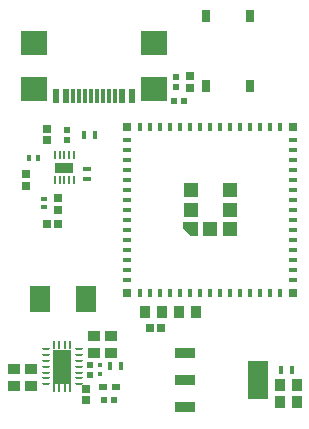
<source format=gbr>
%TF.GenerationSoftware,Altium Limited,Altium Designer,23.1.1 (15)*%
G04 Layer_Color=8421504*
%FSLAX45Y45*%
%MOMM*%
%TF.SameCoordinates,F9E8136A-E86D-4813-A5E9-63B8E08E304F*%
%TF.FilePolarity,Positive*%
%TF.FileFunction,Paste,Top*%
%TF.Part,Single*%
G01*
G75*
%TA.AperFunction,SMDPad,CuDef*%
G04:AMPARAMS|DCode=10|XSize=0.9mm|YSize=1.75mm|CornerRadius=0.0495mm|HoleSize=0mm|Usage=FLASHONLY|Rotation=90.000|XOffset=0mm|YOffset=0mm|HoleType=Round|Shape=RoundedRectangle|*
%AMROUNDEDRECTD10*
21,1,0.90000,1.65100,0,0,90.0*
21,1,0.80100,1.75000,0,0,90.0*
1,1,0.09900,0.82550,0.40050*
1,1,0.09900,0.82550,-0.40050*
1,1,0.09900,-0.82550,-0.40050*
1,1,0.09900,-0.82550,0.40050*
%
%ADD10ROUNDEDRECTD10*%
G04:AMPARAMS|DCode=11|XSize=3.2mm|YSize=1.75mm|CornerRadius=0.0525mm|HoleSize=0mm|Usage=FLASHONLY|Rotation=90.000|XOffset=0mm|YOffset=0mm|HoleType=Round|Shape=RoundedRectangle|*
%AMROUNDEDRECTD11*
21,1,3.20000,1.64500,0,0,90.0*
21,1,3.09500,1.75000,0,0,90.0*
1,1,0.10500,0.82250,1.54750*
1,1,0.10500,0.82250,-1.54750*
1,1,0.10500,-0.82250,-1.54750*
1,1,0.10500,-0.82250,1.54750*
%
%ADD11ROUNDEDRECTD11*%
%ADD12R,0.60000X0.40000*%
%ADD13R,1.07000X0.83000*%
%ADD14R,0.75000X0.60000*%
%ADD15R,0.20000X0.77500*%
%ADD16R,0.40000X0.80000*%
%ADD17R,0.80000X0.40000*%
%TA.AperFunction,BGAPad,CuDef*%
%ADD18R,1.20000X1.20000*%
%TA.AperFunction,SMDPad,CuDef*%
%ADD19R,0.80000X0.80000*%
%TA.AperFunction,ConnectorPad*%
%ADD20R,0.70000X1.00000*%
%TA.AperFunction,SMDPad,CuDef*%
%ADD21R,0.30000X1.15000*%
%ADD22R,0.60000X1.15000*%
%ADD23R,2.18000X2.00000*%
%ADD24R,0.83000X1.07000*%
G04:AMPARAMS|DCode=25|XSize=0.6mm|YSize=0.24mm|CornerRadius=0.12mm|HoleSize=0mm|Usage=FLASHONLY|Rotation=180.000|XOffset=0mm|YOffset=0mm|HoleType=Round|Shape=RoundedRectangle|*
%AMROUNDEDRECTD25*
21,1,0.60000,0.00000,0,0,180.0*
21,1,0.36000,0.24000,0,0,180.0*
1,1,0.24000,-0.18000,0.00000*
1,1,0.24000,0.18000,0.00000*
1,1,0.24000,0.18000,0.00000*
1,1,0.24000,-0.18000,0.00000*
%
%ADD25ROUNDEDRECTD25*%
%ADD26R,1.58000X2.85000*%
%ADD27R,0.45000X0.67500*%
%ADD28R,0.61535X0.57247*%
%ADD29R,0.45000X0.45000*%
%ADD30R,1.75000X2.20000*%
%ADD31R,0.72000X0.76000*%
%ADD32R,0.46818X0.47247*%
%ADD33R,0.62000X0.60000*%
%ADD34R,0.47247X0.46818*%
%ADD35R,0.70000X0.65000*%
%ADD36R,0.67248X0.71535*%
%ADD37R,0.57247X0.61535*%
%ADD38R,0.67500X0.45000*%
%ADD39R,0.65000X0.70000*%
G04:AMPARAMS|DCode=40|XSize=0.23mm|YSize=0.7mm|CornerRadius=0.04945mm|HoleSize=0mm|Usage=FLASHONLY|Rotation=0.000|XOffset=0mm|YOffset=0mm|HoleType=Round|Shape=RoundedRectangle|*
%AMROUNDEDRECTD40*
21,1,0.23000,0.60110,0,0,0.0*
21,1,0.13110,0.70000,0,0,0.0*
1,1,0.09890,0.06555,-0.30055*
1,1,0.09890,-0.06555,-0.30055*
1,1,0.09890,-0.06555,0.30055*
1,1,0.09890,0.06555,0.30055*
%
%ADD40ROUNDEDRECTD40*%
G04:AMPARAMS|DCode=41|XSize=1.5mm|YSize=0.9mm|CornerRadius=0.0495mm|HoleSize=0mm|Usage=FLASHONLY|Rotation=0.000|XOffset=0mm|YOffset=0mm|HoleType=Round|Shape=RoundedRectangle|*
%AMROUNDEDRECTD41*
21,1,1.50000,0.80100,0,0,0.0*
21,1,1.40100,0.90000,0,0,0.0*
1,1,0.09900,0.70050,-0.40050*
1,1,0.09900,-0.70050,-0.40050*
1,1,0.09900,-0.70050,0.40050*
1,1,0.09900,0.70050,0.40050*
%
%ADD41ROUNDEDRECTD41*%
%ADD42R,0.40000X0.60000*%
%ADD43R,0.76000X0.72000*%
G36*
X10897500Y5532500D02*
Y5412500D01*
X10837500D01*
X10777500Y5472500D01*
Y5532500D01*
X10897500D01*
D02*
G37*
D10*
X10787500Y4425000D02*
D03*
Y4195000D02*
D03*
Y3965000D02*
D03*
D11*
X11412500Y4195000D02*
D03*
D12*
X9600000Y5732500D02*
D03*
Y5657500D02*
D03*
D13*
X10020000Y4428000D02*
D03*
X10162500D02*
D03*
X9490000Y4148000D02*
D03*
Y4292000D02*
D03*
X9340000Y4148000D02*
D03*
Y4292000D02*
D03*
X10162500Y4572000D02*
D03*
X10020000D02*
D03*
D14*
X10095000Y4135000D02*
D03*
X10205000D02*
D03*
D15*
X9819000Y4491300D02*
D03*
X9773000D02*
D03*
X9727000D02*
D03*
X9681000D02*
D03*
X9819000Y4128700D02*
D03*
X9773000D02*
D03*
X9727000D02*
D03*
X9681000D02*
D03*
D16*
X10407500Y4937500D02*
D03*
X10492500D02*
D03*
X10577500D02*
D03*
X10662500D02*
D03*
X11002500D02*
D03*
X11087500D02*
D03*
X11172500D02*
D03*
X11257500D02*
D03*
X11342500D02*
D03*
X11427500D02*
D03*
X11512500D02*
D03*
X11597500D02*
D03*
Y6337500D02*
D03*
X11512500D02*
D03*
X10662500D02*
D03*
X10577500D02*
D03*
X10407500D02*
D03*
X10747500Y4937500D02*
D03*
X10832500D02*
D03*
X10917500D02*
D03*
X11427500Y6337500D02*
D03*
X11342500D02*
D03*
X11257500D02*
D03*
X11172500D02*
D03*
X11087500D02*
D03*
X11002500D02*
D03*
X10917500D02*
D03*
X10832500D02*
D03*
X10747500D02*
D03*
X10492500D02*
D03*
D17*
X11702500Y5042500D02*
D03*
Y5127500D02*
D03*
Y5212500D02*
D03*
Y5297500D02*
D03*
Y5382500D02*
D03*
Y5637500D02*
D03*
Y5722500D02*
D03*
Y6062500D02*
D03*
Y6147500D02*
D03*
X10302500Y6232500D02*
D03*
Y6147500D02*
D03*
Y6062500D02*
D03*
Y5977500D02*
D03*
Y5892500D02*
D03*
Y5807500D02*
D03*
Y5722500D02*
D03*
Y5637500D02*
D03*
Y5552500D02*
D03*
Y5467500D02*
D03*
Y5382500D02*
D03*
Y5297500D02*
D03*
Y5212500D02*
D03*
Y5127500D02*
D03*
Y5042500D02*
D03*
X11702500Y5467500D02*
D03*
Y5552500D02*
D03*
Y5807500D02*
D03*
Y5892500D02*
D03*
Y5977500D02*
D03*
Y6232500D02*
D03*
D18*
X10837500Y5637500D02*
D03*
Y5802500D02*
D03*
X11002500Y5472500D02*
D03*
X11167500D02*
D03*
Y5637500D02*
D03*
Y5802500D02*
D03*
D19*
X10302500Y4937500D02*
D03*
X11702500D02*
D03*
Y6337500D02*
D03*
X10302500D02*
D03*
D20*
X10967500Y6682500D02*
D03*
Y7282500D02*
D03*
X11337500Y6682500D02*
D03*
Y7282500D02*
D03*
D21*
X9846000Y6602500D02*
D03*
X9896000D02*
D03*
X9946000D02*
D03*
X9996000D02*
D03*
X10046000D02*
D03*
X10096000D02*
D03*
X10146000D02*
D03*
X10196000D02*
D03*
D22*
X9781000D02*
D03*
X10261000D02*
D03*
X9701000D02*
D03*
X10341000D02*
D03*
D23*
X9510000Y6660000D02*
D03*
X10532000D02*
D03*
X9510000Y7053000D02*
D03*
X10532000D02*
D03*
D24*
X11740000Y4152500D02*
D03*
X11596000D02*
D03*
X10882000Y4770000D02*
D03*
X10738000D02*
D03*
X11596000Y4010000D02*
D03*
X11740000D02*
D03*
X10448000Y4770000D02*
D03*
X10592000D02*
D03*
D25*
X9890000Y4160000D02*
D03*
Y4210000D02*
D03*
Y4260000D02*
D03*
Y4310000D02*
D03*
Y4360000D02*
D03*
Y4410000D02*
D03*
Y4460000D02*
D03*
X9610000D02*
D03*
Y4410000D02*
D03*
Y4360000D02*
D03*
Y4310000D02*
D03*
Y4260000D02*
D03*
Y4210000D02*
D03*
Y4160000D02*
D03*
D26*
X9750000Y4310000D02*
D03*
D27*
X9933750Y6270000D02*
D03*
X10026250D02*
D03*
X10156250Y4312500D02*
D03*
X10248750D02*
D03*
X11600000Y4282500D02*
D03*
X11692500D02*
D03*
D28*
X10187856Y4025000D02*
D03*
X10102144D02*
D03*
D29*
X10072500Y4327500D02*
D03*
Y4247500D02*
D03*
D30*
X9565000Y4880000D02*
D03*
X9955000D02*
D03*
D31*
X9952500Y4023500D02*
D03*
Y4121500D02*
D03*
X10830000Y6671000D02*
D03*
Y6769000D02*
D03*
D32*
X10699785Y6560000D02*
D03*
X10780215D02*
D03*
D33*
X10710000Y6766000D02*
D03*
Y6674000D02*
D03*
D34*
X9987500Y4242285D02*
D03*
Y4322715D02*
D03*
D35*
X9620000Y5515000D02*
D03*
X9715000D02*
D03*
D36*
X9625000Y6229644D02*
D03*
Y6325356D02*
D03*
D37*
X9794400Y6231343D02*
D03*
Y6317056D02*
D03*
D38*
X9960000Y5987500D02*
D03*
Y5895000D02*
D03*
D39*
X9715000Y5735000D02*
D03*
Y5640000D02*
D03*
X9440000Y5937500D02*
D03*
Y5842500D02*
D03*
D40*
X9689000Y5889800D02*
D03*
X9729000D02*
D03*
X9769000D02*
D03*
X9809000D02*
D03*
X9849000D02*
D03*
X9689000Y6099800D02*
D03*
X9729000D02*
D03*
X9769000D02*
D03*
X9809000D02*
D03*
X9849000D02*
D03*
D41*
X9769000Y5994800D02*
D03*
D42*
X9550000Y6080000D02*
D03*
X9470000D02*
D03*
D43*
X10588000Y4640000D02*
D03*
X10490000D02*
D03*
%TF.MD5,35c0fb4445283382d8d30bf905437813*%
M02*

</source>
